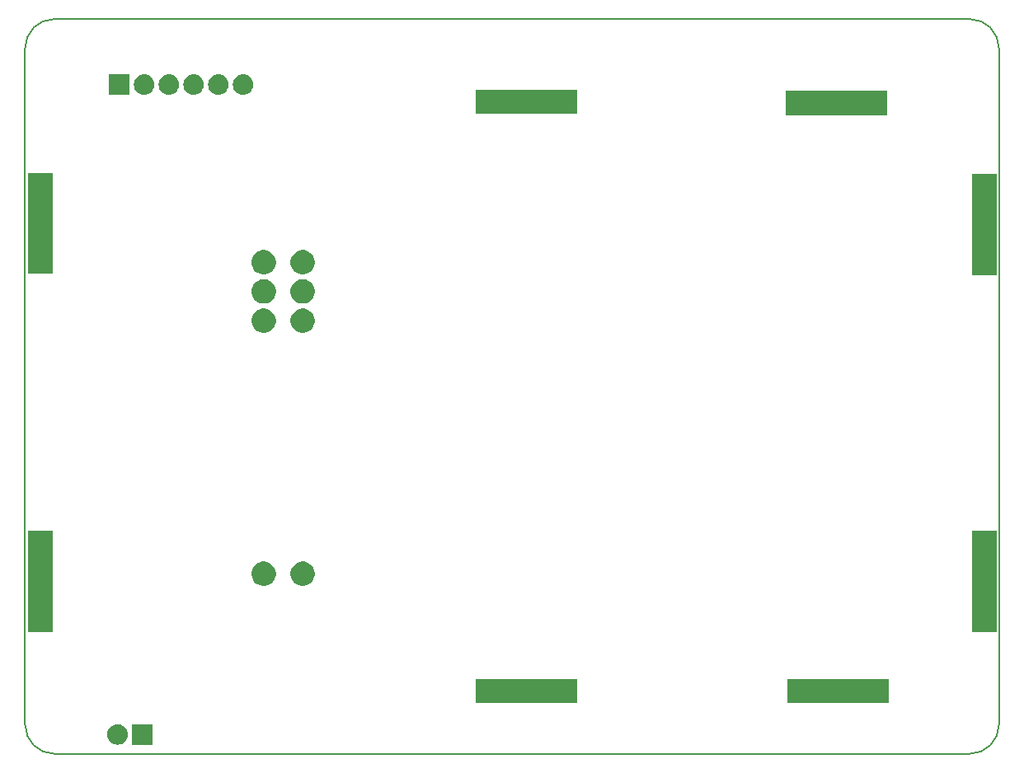
<source format=gbr>
%TF.GenerationSoftware,KiCad,Pcbnew,5.0.1*%
%TF.CreationDate,2019-01-19T14:59:35-06:00*%
%TF.ProjectId,NFCJig,4E46434A69672E6B696361645F706362,rev?*%
%TF.SameCoordinates,Original*%
%TF.FileFunction,Soldermask,Bot*%
%TF.FilePolarity,Negative*%
%FSLAX46Y46*%
G04 Gerber Fmt 4.6, Leading zero omitted, Abs format (unit mm)*
G04 Created by KiCad (PCBNEW 5.0.1) date Sat 19 Jan 2019 02:59:35 PM CST*
%MOMM*%
%LPD*%
G01*
G04 APERTURE LIST*
%ADD10C,0.150000*%
%ADD11C,0.100000*%
G04 APERTURE END LIST*
D10*
X207000000Y-131500000D02*
X207000000Y-131000000D01*
X107000000Y-131500000D02*
X107000000Y-131000000D01*
X107000000Y-62000000D02*
X107000000Y-67000000D01*
X207000000Y-62000000D02*
X207000000Y-67000000D01*
X204000000Y-134500000D02*
X110000000Y-134500000D01*
X110000000Y-59000000D02*
X204000000Y-59000000D01*
X107000000Y-131000000D02*
X107000000Y-67000000D01*
X207000000Y-67000000D02*
X207000000Y-131000000D01*
X207000000Y-131500000D02*
G75*
G02X204000000Y-134500000I-3000000J0D01*
G01*
X110000000Y-134500000D02*
G75*
G02X107000000Y-131500000I0J3000000D01*
G01*
X107000000Y-62000000D02*
G75*
G02X110000000Y-59000000I3000000J0D01*
G01*
X204000000Y-59000000D02*
G75*
G02X207000000Y-62000000I0J-3000000D01*
G01*
D11*
G36*
X120090000Y-133550000D02*
X117990000Y-133550000D01*
X117990000Y-131450000D01*
X120090000Y-131450000D01*
X120090000Y-133550000D01*
X120090000Y-133550000D01*
G37*
G36*
X116628707Y-131457596D02*
X116705836Y-131465193D01*
X116837787Y-131505220D01*
X116903763Y-131525233D01*
X117086172Y-131622733D01*
X117246054Y-131753946D01*
X117377267Y-131913828D01*
X117474767Y-132096237D01*
X117474767Y-132096238D01*
X117534807Y-132294164D01*
X117555080Y-132500000D01*
X117534807Y-132705836D01*
X117494780Y-132837787D01*
X117474767Y-132903763D01*
X117377267Y-133086172D01*
X117246054Y-133246054D01*
X117086172Y-133377267D01*
X116903763Y-133474767D01*
X116837787Y-133494780D01*
X116705836Y-133534807D01*
X116628707Y-133542403D01*
X116551580Y-133550000D01*
X116448420Y-133550000D01*
X116371293Y-133542403D01*
X116294164Y-133534807D01*
X116162213Y-133494780D01*
X116096237Y-133474767D01*
X115913828Y-133377267D01*
X115753946Y-133246054D01*
X115622733Y-133086172D01*
X115525233Y-132903763D01*
X115505220Y-132837787D01*
X115465193Y-132705836D01*
X115444920Y-132500000D01*
X115465193Y-132294164D01*
X115525233Y-132096238D01*
X115525233Y-132096237D01*
X115622733Y-131913828D01*
X115753946Y-131753946D01*
X115913828Y-131622733D01*
X116096237Y-131525233D01*
X116162213Y-131505220D01*
X116294164Y-131465193D01*
X116371293Y-131457596D01*
X116448420Y-131450000D01*
X116551580Y-131450000D01*
X116628707Y-131457596D01*
X116628707Y-131457596D01*
G37*
G36*
X163650000Y-129300000D02*
X153250000Y-129300000D01*
X153250000Y-126800000D01*
X163650000Y-126800000D01*
X163650000Y-129300000D01*
X163650000Y-129300000D01*
G37*
G36*
X195700000Y-129300000D02*
X185300000Y-129300000D01*
X185300000Y-126800000D01*
X195700000Y-126800000D01*
X195700000Y-129300000D01*
X195700000Y-129300000D01*
G37*
G36*
X206750000Y-122000000D02*
X204250000Y-122000000D01*
X204250000Y-111600000D01*
X206750000Y-111600000D01*
X206750000Y-122000000D01*
X206750000Y-122000000D01*
G37*
G36*
X109800000Y-122000000D02*
X107300000Y-122000000D01*
X107300000Y-111600000D01*
X109800000Y-111600000D01*
X109800000Y-122000000D01*
X109800000Y-122000000D01*
G37*
G36*
X135864612Y-114788037D02*
X136092096Y-114882264D01*
X136296831Y-115019064D01*
X136470936Y-115193169D01*
X136607736Y-115397904D01*
X136701963Y-115625388D01*
X136750000Y-115866885D01*
X136750000Y-116113115D01*
X136701963Y-116354612D01*
X136607736Y-116582096D01*
X136470936Y-116786831D01*
X136296831Y-116960936D01*
X136092096Y-117097736D01*
X135864612Y-117191963D01*
X135623115Y-117240000D01*
X135376885Y-117240000D01*
X135135388Y-117191963D01*
X134907904Y-117097736D01*
X134703169Y-116960936D01*
X134529064Y-116786831D01*
X134392264Y-116582096D01*
X134298037Y-116354612D01*
X134250000Y-116113115D01*
X134250000Y-115866885D01*
X134298037Y-115625388D01*
X134392264Y-115397904D01*
X134529064Y-115193169D01*
X134703169Y-115019064D01*
X134907904Y-114882264D01*
X135135388Y-114788037D01*
X135376885Y-114740000D01*
X135623115Y-114740000D01*
X135864612Y-114788037D01*
X135864612Y-114788037D01*
G37*
G36*
X131864612Y-114788037D02*
X132092096Y-114882264D01*
X132296831Y-115019064D01*
X132470936Y-115193169D01*
X132607736Y-115397904D01*
X132701963Y-115625388D01*
X132750000Y-115866885D01*
X132750000Y-116113115D01*
X132701963Y-116354612D01*
X132607736Y-116582096D01*
X132470936Y-116786831D01*
X132296831Y-116960936D01*
X132092096Y-117097736D01*
X131864612Y-117191963D01*
X131623115Y-117240000D01*
X131376885Y-117240000D01*
X131135388Y-117191963D01*
X130907904Y-117097736D01*
X130703169Y-116960936D01*
X130529064Y-116786831D01*
X130392264Y-116582096D01*
X130298037Y-116354612D01*
X130250000Y-116113115D01*
X130250000Y-115866885D01*
X130298037Y-115625388D01*
X130392264Y-115397904D01*
X130529064Y-115193169D01*
X130703169Y-115019064D01*
X130907904Y-114882264D01*
X131135388Y-114788037D01*
X131376885Y-114740000D01*
X131623115Y-114740000D01*
X131864612Y-114788037D01*
X131864612Y-114788037D01*
G37*
G36*
X135864612Y-88788037D02*
X136092096Y-88882264D01*
X136296831Y-89019064D01*
X136470936Y-89193169D01*
X136607736Y-89397904D01*
X136701963Y-89625388D01*
X136750000Y-89866885D01*
X136750000Y-90113115D01*
X136701963Y-90354612D01*
X136607736Y-90582096D01*
X136470936Y-90786831D01*
X136296831Y-90960936D01*
X136092096Y-91097736D01*
X135864612Y-91191963D01*
X135623115Y-91240000D01*
X135376885Y-91240000D01*
X135135388Y-91191963D01*
X134907904Y-91097736D01*
X134703169Y-90960936D01*
X134529064Y-90786831D01*
X134392264Y-90582096D01*
X134298037Y-90354612D01*
X134250000Y-90113115D01*
X134250000Y-89866885D01*
X134298037Y-89625388D01*
X134392264Y-89397904D01*
X134529064Y-89193169D01*
X134703169Y-89019064D01*
X134907904Y-88882264D01*
X135135388Y-88788037D01*
X135376885Y-88740000D01*
X135623115Y-88740000D01*
X135864612Y-88788037D01*
X135864612Y-88788037D01*
G37*
G36*
X131864612Y-88788037D02*
X132092096Y-88882264D01*
X132296831Y-89019064D01*
X132470936Y-89193169D01*
X132607736Y-89397904D01*
X132701963Y-89625388D01*
X132750000Y-89866885D01*
X132750000Y-90113115D01*
X132701963Y-90354612D01*
X132607736Y-90582096D01*
X132470936Y-90786831D01*
X132296831Y-90960936D01*
X132092096Y-91097736D01*
X131864612Y-91191963D01*
X131623115Y-91240000D01*
X131376885Y-91240000D01*
X131135388Y-91191963D01*
X130907904Y-91097736D01*
X130703169Y-90960936D01*
X130529064Y-90786831D01*
X130392264Y-90582096D01*
X130298037Y-90354612D01*
X130250000Y-90113115D01*
X130250000Y-89866885D01*
X130298037Y-89625388D01*
X130392264Y-89397904D01*
X130529064Y-89193169D01*
X130703169Y-89019064D01*
X130907904Y-88882264D01*
X131135388Y-88788037D01*
X131376885Y-88740000D01*
X131623115Y-88740000D01*
X131864612Y-88788037D01*
X131864612Y-88788037D01*
G37*
G36*
X131864612Y-85788037D02*
X132092096Y-85882264D01*
X132296831Y-86019064D01*
X132470936Y-86193169D01*
X132607736Y-86397904D01*
X132701963Y-86625388D01*
X132750000Y-86866885D01*
X132750000Y-87113115D01*
X132701963Y-87354612D01*
X132607736Y-87582096D01*
X132470936Y-87786831D01*
X132296831Y-87960936D01*
X132092096Y-88097736D01*
X131864612Y-88191963D01*
X131623115Y-88240000D01*
X131376885Y-88240000D01*
X131135388Y-88191963D01*
X130907904Y-88097736D01*
X130703169Y-87960936D01*
X130529064Y-87786831D01*
X130392264Y-87582096D01*
X130298037Y-87354612D01*
X130250000Y-87113115D01*
X130250000Y-86866885D01*
X130298037Y-86625388D01*
X130392264Y-86397904D01*
X130529064Y-86193169D01*
X130703169Y-86019064D01*
X130907904Y-85882264D01*
X131135388Y-85788037D01*
X131376885Y-85740000D01*
X131623115Y-85740000D01*
X131864612Y-85788037D01*
X131864612Y-85788037D01*
G37*
G36*
X135864612Y-85788037D02*
X136092096Y-85882264D01*
X136296831Y-86019064D01*
X136470936Y-86193169D01*
X136607736Y-86397904D01*
X136701963Y-86625388D01*
X136750000Y-86866885D01*
X136750000Y-87113115D01*
X136701963Y-87354612D01*
X136607736Y-87582096D01*
X136470936Y-87786831D01*
X136296831Y-87960936D01*
X136092096Y-88097736D01*
X135864612Y-88191963D01*
X135623115Y-88240000D01*
X135376885Y-88240000D01*
X135135388Y-88191963D01*
X134907904Y-88097736D01*
X134703169Y-87960936D01*
X134529064Y-87786831D01*
X134392264Y-87582096D01*
X134298037Y-87354612D01*
X134250000Y-87113115D01*
X134250000Y-86866885D01*
X134298037Y-86625388D01*
X134392264Y-86397904D01*
X134529064Y-86193169D01*
X134703169Y-86019064D01*
X134907904Y-85882264D01*
X135135388Y-85788037D01*
X135376885Y-85740000D01*
X135623115Y-85740000D01*
X135864612Y-85788037D01*
X135864612Y-85788037D01*
G37*
G36*
X206750000Y-85350000D02*
X204250000Y-85350000D01*
X204250000Y-74950000D01*
X206750000Y-74950000D01*
X206750000Y-85350000D01*
X206750000Y-85350000D01*
G37*
G36*
X135864612Y-82788037D02*
X136092096Y-82882264D01*
X136296831Y-83019064D01*
X136470936Y-83193169D01*
X136607736Y-83397904D01*
X136701963Y-83625388D01*
X136750000Y-83866885D01*
X136750000Y-84113115D01*
X136701963Y-84354612D01*
X136607736Y-84582096D01*
X136470936Y-84786831D01*
X136296831Y-84960936D01*
X136092096Y-85097736D01*
X135864612Y-85191963D01*
X135623115Y-85240000D01*
X135376885Y-85240000D01*
X135135388Y-85191963D01*
X134907904Y-85097736D01*
X134703169Y-84960936D01*
X134529064Y-84786831D01*
X134392264Y-84582096D01*
X134298037Y-84354612D01*
X134250000Y-84113115D01*
X134250000Y-83866885D01*
X134298037Y-83625388D01*
X134392264Y-83397904D01*
X134529064Y-83193169D01*
X134703169Y-83019064D01*
X134907904Y-82882264D01*
X135135388Y-82788037D01*
X135376885Y-82740000D01*
X135623115Y-82740000D01*
X135864612Y-82788037D01*
X135864612Y-82788037D01*
G37*
G36*
X131864612Y-82788037D02*
X132092096Y-82882264D01*
X132296831Y-83019064D01*
X132470936Y-83193169D01*
X132607736Y-83397904D01*
X132701963Y-83625388D01*
X132750000Y-83866885D01*
X132750000Y-84113115D01*
X132701963Y-84354612D01*
X132607736Y-84582096D01*
X132470936Y-84786831D01*
X132296831Y-84960936D01*
X132092096Y-85097736D01*
X131864612Y-85191963D01*
X131623115Y-85240000D01*
X131376885Y-85240000D01*
X131135388Y-85191963D01*
X130907904Y-85097736D01*
X130703169Y-84960936D01*
X130529064Y-84786831D01*
X130392264Y-84582096D01*
X130298037Y-84354612D01*
X130250000Y-84113115D01*
X130250000Y-83866885D01*
X130298037Y-83625388D01*
X130392264Y-83397904D01*
X130529064Y-83193169D01*
X130703169Y-83019064D01*
X130907904Y-82882264D01*
X131135388Y-82788037D01*
X131376885Y-82740000D01*
X131623115Y-82740000D01*
X131864612Y-82788037D01*
X131864612Y-82788037D01*
G37*
G36*
X109800000Y-85200000D02*
X107300000Y-85200000D01*
X107300000Y-74800000D01*
X109800000Y-74800000D01*
X109800000Y-85200000D01*
X109800000Y-85200000D01*
G37*
G36*
X195550000Y-68900000D02*
X185150000Y-68900000D01*
X185150000Y-66400000D01*
X195550000Y-66400000D01*
X195550000Y-68900000D01*
X195550000Y-68900000D01*
G37*
G36*
X163650000Y-68750000D02*
X153250000Y-68750000D01*
X153250000Y-66250000D01*
X163650000Y-66250000D01*
X163650000Y-68750000D01*
X163650000Y-68750000D01*
G37*
G36*
X121888707Y-64697597D02*
X121965836Y-64705193D01*
X122097787Y-64745220D01*
X122163763Y-64765233D01*
X122346172Y-64862733D01*
X122506054Y-64993946D01*
X122637267Y-65153828D01*
X122734767Y-65336237D01*
X122734767Y-65336238D01*
X122794807Y-65534164D01*
X122815080Y-65740000D01*
X122794807Y-65945836D01*
X122754780Y-66077787D01*
X122734767Y-66143763D01*
X122637267Y-66326172D01*
X122506054Y-66486054D01*
X122346172Y-66617267D01*
X122163763Y-66714767D01*
X122097787Y-66734780D01*
X121965836Y-66774807D01*
X121888707Y-66782403D01*
X121811580Y-66790000D01*
X121708420Y-66790000D01*
X121631293Y-66782403D01*
X121554164Y-66774807D01*
X121422213Y-66734780D01*
X121356237Y-66714767D01*
X121173828Y-66617267D01*
X121013946Y-66486054D01*
X120882733Y-66326172D01*
X120785233Y-66143763D01*
X120765220Y-66077787D01*
X120725193Y-65945836D01*
X120704920Y-65740000D01*
X120725193Y-65534164D01*
X120785233Y-65336238D01*
X120785233Y-65336237D01*
X120882733Y-65153828D01*
X121013946Y-64993946D01*
X121173828Y-64862733D01*
X121356237Y-64765233D01*
X121422213Y-64745220D01*
X121554164Y-64705193D01*
X121631293Y-64697597D01*
X121708420Y-64690000D01*
X121811580Y-64690000D01*
X121888707Y-64697597D01*
X121888707Y-64697597D01*
G37*
G36*
X129508707Y-64697597D02*
X129585836Y-64705193D01*
X129717787Y-64745220D01*
X129783763Y-64765233D01*
X129966172Y-64862733D01*
X130126054Y-64993946D01*
X130257267Y-65153828D01*
X130354767Y-65336237D01*
X130354767Y-65336238D01*
X130414807Y-65534164D01*
X130435080Y-65740000D01*
X130414807Y-65945836D01*
X130374780Y-66077787D01*
X130354767Y-66143763D01*
X130257267Y-66326172D01*
X130126054Y-66486054D01*
X129966172Y-66617267D01*
X129783763Y-66714767D01*
X129717787Y-66734780D01*
X129585836Y-66774807D01*
X129508707Y-66782403D01*
X129431580Y-66790000D01*
X129328420Y-66790000D01*
X129251293Y-66782403D01*
X129174164Y-66774807D01*
X129042213Y-66734780D01*
X128976237Y-66714767D01*
X128793828Y-66617267D01*
X128633946Y-66486054D01*
X128502733Y-66326172D01*
X128405233Y-66143763D01*
X128385220Y-66077787D01*
X128345193Y-65945836D01*
X128324920Y-65740000D01*
X128345193Y-65534164D01*
X128405233Y-65336238D01*
X128405233Y-65336237D01*
X128502733Y-65153828D01*
X128633946Y-64993946D01*
X128793828Y-64862733D01*
X128976237Y-64765233D01*
X129042213Y-64745220D01*
X129174164Y-64705193D01*
X129251293Y-64697597D01*
X129328420Y-64690000D01*
X129431580Y-64690000D01*
X129508707Y-64697597D01*
X129508707Y-64697597D01*
G37*
G36*
X126968707Y-64697597D02*
X127045836Y-64705193D01*
X127177787Y-64745220D01*
X127243763Y-64765233D01*
X127426172Y-64862733D01*
X127586054Y-64993946D01*
X127717267Y-65153828D01*
X127814767Y-65336237D01*
X127814767Y-65336238D01*
X127874807Y-65534164D01*
X127895080Y-65740000D01*
X127874807Y-65945836D01*
X127834780Y-66077787D01*
X127814767Y-66143763D01*
X127717267Y-66326172D01*
X127586054Y-66486054D01*
X127426172Y-66617267D01*
X127243763Y-66714767D01*
X127177787Y-66734780D01*
X127045836Y-66774807D01*
X126968707Y-66782403D01*
X126891580Y-66790000D01*
X126788420Y-66790000D01*
X126711293Y-66782403D01*
X126634164Y-66774807D01*
X126502213Y-66734780D01*
X126436237Y-66714767D01*
X126253828Y-66617267D01*
X126093946Y-66486054D01*
X125962733Y-66326172D01*
X125865233Y-66143763D01*
X125845220Y-66077787D01*
X125805193Y-65945836D01*
X125784920Y-65740000D01*
X125805193Y-65534164D01*
X125865233Y-65336238D01*
X125865233Y-65336237D01*
X125962733Y-65153828D01*
X126093946Y-64993946D01*
X126253828Y-64862733D01*
X126436237Y-64765233D01*
X126502213Y-64745220D01*
X126634164Y-64705193D01*
X126711293Y-64697597D01*
X126788420Y-64690000D01*
X126891580Y-64690000D01*
X126968707Y-64697597D01*
X126968707Y-64697597D01*
G37*
G36*
X124428707Y-64697597D02*
X124505836Y-64705193D01*
X124637787Y-64745220D01*
X124703763Y-64765233D01*
X124886172Y-64862733D01*
X125046054Y-64993946D01*
X125177267Y-65153828D01*
X125274767Y-65336237D01*
X125274767Y-65336238D01*
X125334807Y-65534164D01*
X125355080Y-65740000D01*
X125334807Y-65945836D01*
X125294780Y-66077787D01*
X125274767Y-66143763D01*
X125177267Y-66326172D01*
X125046054Y-66486054D01*
X124886172Y-66617267D01*
X124703763Y-66714767D01*
X124637787Y-66734780D01*
X124505836Y-66774807D01*
X124428707Y-66782403D01*
X124351580Y-66790000D01*
X124248420Y-66790000D01*
X124171293Y-66782403D01*
X124094164Y-66774807D01*
X123962213Y-66734780D01*
X123896237Y-66714767D01*
X123713828Y-66617267D01*
X123553946Y-66486054D01*
X123422733Y-66326172D01*
X123325233Y-66143763D01*
X123305220Y-66077787D01*
X123265193Y-65945836D01*
X123244920Y-65740000D01*
X123265193Y-65534164D01*
X123325233Y-65336238D01*
X123325233Y-65336237D01*
X123422733Y-65153828D01*
X123553946Y-64993946D01*
X123713828Y-64862733D01*
X123896237Y-64765233D01*
X123962213Y-64745220D01*
X124094164Y-64705193D01*
X124171293Y-64697597D01*
X124248420Y-64690000D01*
X124351580Y-64690000D01*
X124428707Y-64697597D01*
X124428707Y-64697597D01*
G37*
G36*
X119348707Y-64697597D02*
X119425836Y-64705193D01*
X119557787Y-64745220D01*
X119623763Y-64765233D01*
X119806172Y-64862733D01*
X119966054Y-64993946D01*
X120097267Y-65153828D01*
X120194767Y-65336237D01*
X120194767Y-65336238D01*
X120254807Y-65534164D01*
X120275080Y-65740000D01*
X120254807Y-65945836D01*
X120214780Y-66077787D01*
X120194767Y-66143763D01*
X120097267Y-66326172D01*
X119966054Y-66486054D01*
X119806172Y-66617267D01*
X119623763Y-66714767D01*
X119557787Y-66734780D01*
X119425836Y-66774807D01*
X119348707Y-66782403D01*
X119271580Y-66790000D01*
X119168420Y-66790000D01*
X119091293Y-66782403D01*
X119014164Y-66774807D01*
X118882213Y-66734780D01*
X118816237Y-66714767D01*
X118633828Y-66617267D01*
X118473946Y-66486054D01*
X118342733Y-66326172D01*
X118245233Y-66143763D01*
X118225220Y-66077787D01*
X118185193Y-65945836D01*
X118164920Y-65740000D01*
X118185193Y-65534164D01*
X118245233Y-65336238D01*
X118245233Y-65336237D01*
X118342733Y-65153828D01*
X118473946Y-64993946D01*
X118633828Y-64862733D01*
X118816237Y-64765233D01*
X118882213Y-64745220D01*
X119014164Y-64705193D01*
X119091293Y-64697597D01*
X119168420Y-64690000D01*
X119271580Y-64690000D01*
X119348707Y-64697597D01*
X119348707Y-64697597D01*
G37*
G36*
X117730000Y-66790000D02*
X115630000Y-66790000D01*
X115630000Y-64690000D01*
X117730000Y-64690000D01*
X117730000Y-66790000D01*
X117730000Y-66790000D01*
G37*
M02*

</source>
